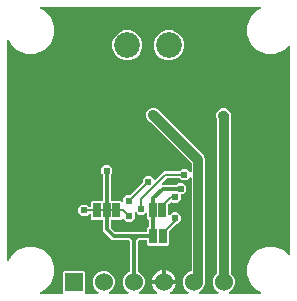
<source format=gbr>
G04 EAGLE Gerber RS-274X export*
G75*
%MOMM*%
%FSLAX34Y34*%
%LPD*%
%AMOC8*
5,1,8,0,0,1.08239X$1,22.5*%
G01*
%ADD10C,2.184400*%
%ADD11R,0.635000X1.270000*%
%ADD12C,0.203200*%
%ADD13R,1.524000X1.524000*%
%ADD14C,1.524000*%
%ADD15C,0.609600*%
%ADD16C,0.812800*%
%ADD17C,0.914400*%
%ADD18C,0.304800*%

G36*
X51570Y5088D02*
X51570Y5088D01*
X51622Y5087D01*
X51701Y5108D01*
X51782Y5121D01*
X51829Y5143D01*
X51878Y5157D01*
X51948Y5201D01*
X52021Y5236D01*
X52059Y5272D01*
X52103Y5299D01*
X52156Y5362D01*
X52216Y5418D01*
X52241Y5463D01*
X52275Y5502D01*
X52307Y5577D01*
X52348Y5648D01*
X52359Y5699D01*
X52379Y5746D01*
X52388Y5828D01*
X52406Y5908D01*
X52401Y5959D01*
X52407Y6011D01*
X52391Y6091D01*
X52384Y6173D01*
X52365Y6221D01*
X52355Y6271D01*
X52327Y6315D01*
X52285Y6420D01*
X52172Y6559D01*
X52147Y6597D01*
X52101Y6643D01*
X52101Y23357D01*
X53143Y24399D01*
X69857Y24399D01*
X70899Y23357D01*
X70899Y6643D01*
X70853Y6597D01*
X70822Y6556D01*
X70784Y6520D01*
X70743Y6449D01*
X70695Y6383D01*
X70678Y6334D01*
X70652Y6290D01*
X70634Y6210D01*
X70607Y6132D01*
X70606Y6080D01*
X70594Y6030D01*
X70601Y5948D01*
X70598Y5866D01*
X70612Y5817D01*
X70616Y5765D01*
X70647Y5689D01*
X70668Y5610D01*
X70696Y5566D01*
X70715Y5518D01*
X70767Y5455D01*
X70811Y5386D01*
X70850Y5352D01*
X70883Y5312D01*
X70951Y5267D01*
X71013Y5214D01*
X71061Y5193D01*
X71104Y5165D01*
X71154Y5153D01*
X71258Y5109D01*
X71436Y5091D01*
X71481Y5081D01*
X81822Y5081D01*
X81913Y5095D01*
X82005Y5100D01*
X82044Y5114D01*
X82084Y5121D01*
X82167Y5161D01*
X82254Y5193D01*
X82287Y5218D01*
X82324Y5236D01*
X82391Y5299D01*
X82464Y5356D01*
X82488Y5389D01*
X82518Y5418D01*
X82564Y5498D01*
X82617Y5573D01*
X82630Y5613D01*
X82650Y5648D01*
X82670Y5739D01*
X82698Y5826D01*
X82699Y5868D01*
X82708Y5908D01*
X82700Y6000D01*
X82701Y6092D01*
X82690Y6132D01*
X82686Y6173D01*
X82652Y6258D01*
X82625Y6347D01*
X82603Y6381D01*
X82587Y6420D01*
X82529Y6491D01*
X82478Y6568D01*
X82452Y6586D01*
X82420Y6626D01*
X82198Y6773D01*
X82178Y6778D01*
X82162Y6790D01*
X81576Y7032D01*
X78932Y9676D01*
X77501Y13130D01*
X77501Y16870D01*
X78932Y20324D01*
X81576Y22968D01*
X85030Y24399D01*
X88770Y24399D01*
X92224Y22968D01*
X94868Y20324D01*
X96299Y16870D01*
X96299Y13130D01*
X94868Y9676D01*
X92224Y7032D01*
X91638Y6790D01*
X91559Y6742D01*
X91476Y6702D01*
X91446Y6674D01*
X91411Y6652D01*
X91349Y6583D01*
X91282Y6520D01*
X91261Y6485D01*
X91234Y6454D01*
X91196Y6370D01*
X91150Y6290D01*
X91141Y6249D01*
X91124Y6212D01*
X91112Y6120D01*
X91092Y6030D01*
X91096Y5989D01*
X91090Y5948D01*
X91106Y5857D01*
X91114Y5765D01*
X91129Y5727D01*
X91136Y5686D01*
X91178Y5604D01*
X91213Y5518D01*
X91239Y5486D01*
X91258Y5450D01*
X91322Y5384D01*
X91380Y5312D01*
X91415Y5289D01*
X91443Y5260D01*
X91525Y5216D01*
X91602Y5165D01*
X91632Y5158D01*
X91677Y5133D01*
X91938Y5082D01*
X91958Y5085D01*
X91978Y5081D01*
X107222Y5081D01*
X107313Y5095D01*
X107405Y5100D01*
X107444Y5114D01*
X107484Y5121D01*
X107567Y5161D01*
X107654Y5193D01*
X107687Y5218D01*
X107724Y5236D01*
X107791Y5299D01*
X107864Y5356D01*
X107888Y5389D01*
X107918Y5418D01*
X107964Y5498D01*
X108017Y5573D01*
X108030Y5613D01*
X108050Y5648D01*
X108070Y5739D01*
X108098Y5826D01*
X108099Y5868D01*
X108108Y5908D01*
X108100Y6000D01*
X108101Y6092D01*
X108090Y6132D01*
X108086Y6173D01*
X108052Y6258D01*
X108025Y6347D01*
X108003Y6381D01*
X107987Y6420D01*
X107929Y6491D01*
X107878Y6568D01*
X107852Y6586D01*
X107820Y6626D01*
X107598Y6773D01*
X107578Y6778D01*
X107562Y6790D01*
X106976Y7032D01*
X104332Y9676D01*
X102901Y13130D01*
X102901Y16870D01*
X104332Y20324D01*
X106976Y22968D01*
X108449Y23578D01*
X108502Y23610D01*
X108560Y23633D01*
X108615Y23678D01*
X108677Y23715D01*
X108718Y23761D01*
X108766Y23801D01*
X108806Y23860D01*
X108853Y23914D01*
X108879Y23970D01*
X108913Y24022D01*
X108924Y24069D01*
X108963Y24156D01*
X108990Y24368D01*
X108997Y24399D01*
X108997Y49032D01*
X108994Y49053D01*
X108996Y49074D01*
X108974Y49184D01*
X108957Y49295D01*
X108948Y49314D01*
X108944Y49334D01*
X108920Y49373D01*
X108842Y49534D01*
X108765Y49617D01*
X108737Y49660D01*
X108112Y50285D01*
X108095Y50298D01*
X108082Y50314D01*
X107988Y50376D01*
X107898Y50443D01*
X107878Y50450D01*
X107861Y50461D01*
X107816Y50471D01*
X107647Y50530D01*
X107534Y50534D01*
X107484Y50545D01*
X94136Y50545D01*
X86105Y58576D01*
X86105Y66675D01*
X86090Y66777D01*
X86082Y66879D01*
X86070Y66907D01*
X86065Y66938D01*
X86021Y67030D01*
X85983Y67126D01*
X85963Y67149D01*
X85950Y67177D01*
X85880Y67252D01*
X85815Y67332D01*
X85789Y67349D01*
X85768Y67371D01*
X85679Y67422D01*
X85594Y67479D01*
X85570Y67485D01*
X85538Y67503D01*
X85278Y67561D01*
X85240Y67558D01*
X85217Y67563D01*
X77368Y67563D01*
X76326Y68605D01*
X76326Y72009D01*
X76311Y72111D01*
X76303Y72213D01*
X76291Y72241D01*
X76286Y72272D01*
X76242Y72364D01*
X76204Y72460D01*
X76184Y72483D01*
X76171Y72511D01*
X76101Y72586D01*
X76036Y72666D01*
X76010Y72683D01*
X75989Y72705D01*
X75900Y72756D01*
X75815Y72813D01*
X75791Y72819D01*
X75759Y72837D01*
X75499Y72895D01*
X75461Y72892D01*
X75438Y72897D01*
X74757Y72897D01*
X74736Y72894D01*
X74716Y72896D01*
X74605Y72874D01*
X74494Y72857D01*
X74476Y72848D01*
X74455Y72844D01*
X74416Y72820D01*
X74255Y72742D01*
X74173Y72665D01*
X74129Y72637D01*
X72357Y70865D01*
X68359Y70865D01*
X65531Y73693D01*
X65531Y77691D01*
X68359Y80519D01*
X72357Y80519D01*
X74129Y78747D01*
X74146Y78734D01*
X74159Y78718D01*
X74253Y78656D01*
X74343Y78589D01*
X74363Y78582D01*
X74380Y78571D01*
X74425Y78561D01*
X74594Y78502D01*
X74707Y78498D01*
X74757Y78487D01*
X75438Y78487D01*
X75540Y78502D01*
X75642Y78510D01*
X75670Y78522D01*
X75701Y78527D01*
X75793Y78571D01*
X75889Y78609D01*
X75912Y78629D01*
X75940Y78642D01*
X76015Y78712D01*
X76095Y78777D01*
X76112Y78803D01*
X76134Y78824D01*
X76185Y78913D01*
X76242Y78998D01*
X76248Y79022D01*
X76266Y79054D01*
X76324Y79314D01*
X76321Y79352D01*
X76326Y79375D01*
X76326Y82779D01*
X77368Y83821D01*
X85217Y83821D01*
X85319Y83836D01*
X85421Y83844D01*
X85449Y83856D01*
X85480Y83861D01*
X85572Y83905D01*
X85668Y83943D01*
X85691Y83963D01*
X85719Y83976D01*
X85794Y84046D01*
X85874Y84111D01*
X85891Y84137D01*
X85913Y84158D01*
X85964Y84247D01*
X86021Y84332D01*
X86027Y84356D01*
X86045Y84388D01*
X86103Y84648D01*
X86100Y84686D01*
X86105Y84709D01*
X86105Y105583D01*
X86102Y105603D01*
X86104Y105624D01*
X86082Y105735D01*
X86065Y105846D01*
X86056Y105864D01*
X86052Y105885D01*
X86028Y105924D01*
X85950Y106085D01*
X85873Y106167D01*
X85845Y106211D01*
X84581Y107475D01*
X84581Y111473D01*
X87409Y114301D01*
X91407Y114301D01*
X94235Y111473D01*
X94235Y107475D01*
X92971Y106211D01*
X92958Y106194D01*
X92942Y106181D01*
X92880Y106087D01*
X92813Y105997D01*
X92806Y105977D01*
X92795Y105960D01*
X92785Y105915D01*
X92726Y105746D01*
X92722Y105633D01*
X92711Y105583D01*
X92711Y84709D01*
X92726Y84607D01*
X92734Y84505D01*
X92746Y84477D01*
X92751Y84446D01*
X92795Y84354D01*
X92833Y84258D01*
X92853Y84235D01*
X92866Y84207D01*
X92936Y84132D01*
X93001Y84052D01*
X93027Y84035D01*
X93048Y84013D01*
X93137Y83962D01*
X93222Y83905D01*
X93246Y83899D01*
X93278Y83881D01*
X93538Y83823D01*
X93576Y83826D01*
X93599Y83821D01*
X101448Y83821D01*
X102115Y83154D01*
X102156Y83123D01*
X102192Y83085D01*
X102263Y83044D01*
X102329Y82996D01*
X102378Y82979D01*
X102422Y82953D01*
X102502Y82935D01*
X102580Y82908D01*
X102632Y82907D01*
X102682Y82895D01*
X102764Y82902D01*
X102846Y82899D01*
X102895Y82913D01*
X102947Y82917D01*
X103023Y82948D01*
X103102Y82969D01*
X103146Y82997D01*
X103194Y83016D01*
X103257Y83068D01*
X103326Y83112D01*
X103360Y83151D01*
X103400Y83184D01*
X103445Y83252D01*
X103498Y83314D01*
X103519Y83362D01*
X103547Y83405D01*
X103559Y83455D01*
X103603Y83559D01*
X103621Y83737D01*
X103631Y83782D01*
X103631Y85819D01*
X106459Y88647D01*
X108964Y88647D01*
X108985Y88650D01*
X109006Y88648D01*
X109116Y88670D01*
X109227Y88687D01*
X109246Y88696D01*
X109267Y88700D01*
X109305Y88724D01*
X109467Y88802D01*
X109549Y88879D01*
X109593Y88907D01*
X119627Y98941D01*
X119640Y98958D01*
X119656Y98972D01*
X119718Y99065D01*
X119785Y99155D01*
X119792Y99175D01*
X119803Y99193D01*
X119813Y99237D01*
X119872Y99406D01*
X119876Y99519D01*
X119887Y99570D01*
X119887Y102075D01*
X122715Y104903D01*
X126713Y104903D01*
X129625Y101991D01*
X129661Y101935D01*
X129696Y101861D01*
X129731Y101824D01*
X129759Y101780D01*
X129822Y101727D01*
X129878Y101667D01*
X129922Y101641D01*
X129962Y101608D01*
X130037Y101576D01*
X130108Y101535D01*
X130159Y101524D01*
X130206Y101504D01*
X130288Y101495D01*
X130368Y101477D01*
X130419Y101482D01*
X130471Y101476D01*
X130551Y101492D01*
X130633Y101499D01*
X130681Y101518D01*
X130731Y101528D01*
X130775Y101556D01*
X130880Y101598D01*
X131019Y101711D01*
X131057Y101735D01*
X138034Y108713D01*
X150795Y108713D01*
X150815Y108716D01*
X150836Y108714D01*
X150947Y108736D01*
X151058Y108753D01*
X151076Y108762D01*
X151097Y108766D01*
X151136Y108790D01*
X151297Y108868D01*
X151379Y108945D01*
X151423Y108973D01*
X153195Y110745D01*
X157193Y110745D01*
X159773Y108165D01*
X159814Y108134D01*
X159850Y108097D01*
X159921Y108056D01*
X159987Y108007D01*
X160036Y107990D01*
X160080Y107965D01*
X160160Y107947D01*
X160238Y107920D01*
X160290Y107918D01*
X160340Y107907D01*
X160422Y107914D01*
X160504Y107911D01*
X160553Y107924D01*
X160605Y107929D01*
X160681Y107959D01*
X160760Y107981D01*
X160804Y108008D01*
X160852Y108028D01*
X160915Y108079D01*
X160984Y108123D01*
X161018Y108163D01*
X161058Y108195D01*
X161103Y108264D01*
X161156Y108326D01*
X161177Y108373D01*
X161205Y108416D01*
X161217Y108467D01*
X161261Y108570D01*
X161279Y108749D01*
X161289Y108793D01*
X161289Y115576D01*
X161286Y115597D01*
X161288Y115618D01*
X161266Y115728D01*
X161249Y115839D01*
X161240Y115858D01*
X161236Y115878D01*
X161212Y115917D01*
X161134Y116078D01*
X161057Y116160D01*
X161029Y116204D01*
X126786Y150447D01*
X126572Y150605D01*
X126523Y150622D01*
X126498Y150640D01*
X125435Y151080D01*
X123648Y152867D01*
X122681Y155201D01*
X122681Y157727D01*
X123648Y160061D01*
X125435Y161848D01*
X127769Y162815D01*
X130295Y162815D01*
X132629Y161848D01*
X134416Y160061D01*
X134856Y158998D01*
X134994Y158771D01*
X135032Y158736D01*
X135049Y158710D01*
X172085Y121674D01*
X172975Y119526D01*
X172975Y17870D01*
X172566Y16884D01*
X172503Y16626D01*
X172505Y16574D01*
X172499Y16544D01*
X172499Y13130D01*
X171068Y9676D01*
X168424Y7032D01*
X167838Y6790D01*
X167759Y6742D01*
X167676Y6702D01*
X167646Y6674D01*
X167611Y6652D01*
X167549Y6583D01*
X167482Y6520D01*
X167461Y6485D01*
X167434Y6454D01*
X167396Y6370D01*
X167350Y6290D01*
X167341Y6249D01*
X167324Y6212D01*
X167312Y6120D01*
X167292Y6030D01*
X167296Y5989D01*
X167290Y5948D01*
X167306Y5857D01*
X167314Y5765D01*
X167329Y5727D01*
X167336Y5686D01*
X167378Y5604D01*
X167413Y5518D01*
X167439Y5486D01*
X167458Y5450D01*
X167522Y5384D01*
X167580Y5312D01*
X167615Y5289D01*
X167643Y5260D01*
X167725Y5216D01*
X167802Y5165D01*
X167832Y5158D01*
X167877Y5133D01*
X168138Y5082D01*
X168158Y5085D01*
X168178Y5081D01*
X183422Y5081D01*
X183513Y5095D01*
X183605Y5100D01*
X183644Y5114D01*
X183684Y5121D01*
X183767Y5161D01*
X183854Y5193D01*
X183887Y5218D01*
X183924Y5236D01*
X183991Y5299D01*
X184064Y5356D01*
X184088Y5389D01*
X184118Y5418D01*
X184164Y5498D01*
X184217Y5573D01*
X184230Y5613D01*
X184250Y5648D01*
X184270Y5739D01*
X184298Y5826D01*
X184299Y5868D01*
X184308Y5908D01*
X184300Y6000D01*
X184301Y6092D01*
X184290Y6132D01*
X184286Y6173D01*
X184252Y6258D01*
X184225Y6347D01*
X184203Y6381D01*
X184187Y6420D01*
X184129Y6491D01*
X184078Y6568D01*
X184052Y6586D01*
X184020Y6626D01*
X183798Y6773D01*
X183778Y6778D01*
X183762Y6790D01*
X183176Y7032D01*
X180532Y9676D01*
X179101Y13130D01*
X179101Y16870D01*
X180532Y20324D01*
X182397Y22189D01*
X182410Y22206D01*
X182426Y22219D01*
X182488Y22313D01*
X182555Y22403D01*
X182562Y22423D01*
X182573Y22440D01*
X182583Y22485D01*
X182597Y22525D01*
X182642Y22654D01*
X182645Y22740D01*
X182655Y22785D01*
X182654Y22801D01*
X182657Y22817D01*
X182657Y152345D01*
X182617Y152608D01*
X182595Y152654D01*
X182590Y152685D01*
X181863Y154439D01*
X181863Y156965D01*
X182830Y159299D01*
X184617Y161086D01*
X186951Y162053D01*
X189477Y162053D01*
X191811Y161086D01*
X193598Y159299D01*
X194565Y156965D01*
X194565Y154439D01*
X194410Y154066D01*
X194347Y153808D01*
X194349Y153757D01*
X194343Y153726D01*
X194343Y22817D01*
X194346Y22796D01*
X194344Y22775D01*
X194364Y22675D01*
X194366Y22642D01*
X194371Y22631D01*
X194383Y22554D01*
X194392Y22535D01*
X194396Y22515D01*
X194420Y22476D01*
X194498Y22315D01*
X194575Y22232D01*
X194603Y22189D01*
X196468Y20324D01*
X197899Y16870D01*
X197899Y13130D01*
X196468Y9676D01*
X193824Y7032D01*
X193238Y6790D01*
X193159Y6742D01*
X193076Y6702D01*
X193046Y6674D01*
X193011Y6652D01*
X192949Y6583D01*
X192882Y6520D01*
X192861Y6485D01*
X192834Y6454D01*
X192796Y6370D01*
X192750Y6290D01*
X192741Y6249D01*
X192724Y6212D01*
X192712Y6120D01*
X192692Y6030D01*
X192696Y5989D01*
X192690Y5948D01*
X192706Y5857D01*
X192714Y5765D01*
X192729Y5727D01*
X192736Y5686D01*
X192778Y5604D01*
X192813Y5518D01*
X192839Y5486D01*
X192858Y5450D01*
X192922Y5384D01*
X192980Y5312D01*
X193015Y5289D01*
X193043Y5260D01*
X193125Y5216D01*
X193202Y5165D01*
X193232Y5158D01*
X193277Y5133D01*
X193538Y5082D01*
X193558Y5085D01*
X193578Y5081D01*
X219350Y5081D01*
X219442Y5095D01*
X219534Y5100D01*
X219573Y5114D01*
X219613Y5121D01*
X219696Y5161D01*
X219783Y5193D01*
X219815Y5218D01*
X219853Y5236D01*
X219920Y5299D01*
X219993Y5356D01*
X220017Y5390D01*
X220047Y5418D01*
X220093Y5498D01*
X220146Y5573D01*
X220158Y5613D01*
X220179Y5648D01*
X220199Y5738D01*
X220227Y5826D01*
X220228Y5868D01*
X220237Y5908D01*
X220229Y6000D01*
X220230Y6092D01*
X220218Y6132D01*
X220215Y6173D01*
X220181Y6258D01*
X220154Y6347D01*
X220131Y6381D01*
X220116Y6420D01*
X220058Y6491D01*
X220006Y6568D01*
X219981Y6586D01*
X219948Y6626D01*
X219727Y6773D01*
X219707Y6778D01*
X219690Y6790D01*
X216825Y7976D01*
X211176Y13625D01*
X208119Y21006D01*
X208119Y28994D01*
X211176Y36375D01*
X216825Y42024D01*
X224206Y45081D01*
X232194Y45081D01*
X239575Y42024D01*
X243403Y38195D01*
X243415Y38187D01*
X243422Y38177D01*
X243450Y38159D01*
X243480Y38127D01*
X243551Y38086D01*
X243617Y38038D01*
X243666Y38021D01*
X243710Y37995D01*
X243790Y37977D01*
X243868Y37950D01*
X243920Y37949D01*
X243970Y37937D01*
X244052Y37944D01*
X244134Y37941D01*
X244183Y37955D01*
X244235Y37959D01*
X244311Y37990D01*
X244390Y38011D01*
X244434Y38039D01*
X244482Y38058D01*
X244545Y38110D01*
X244614Y38154D01*
X244648Y38193D01*
X244688Y38226D01*
X244724Y38279D01*
X244727Y38283D01*
X244734Y38295D01*
X244786Y38356D01*
X244807Y38404D01*
X244835Y38447D01*
X244844Y38488D01*
X244859Y38514D01*
X244866Y38542D01*
X244891Y38601D01*
X244901Y38702D01*
X244917Y38773D01*
X244915Y38803D01*
X244919Y38824D01*
X244919Y214376D01*
X244912Y214427D01*
X244913Y214479D01*
X244892Y214558D01*
X244879Y214639D01*
X244857Y214686D01*
X244843Y214736D01*
X244799Y214805D01*
X244764Y214879D01*
X244729Y214916D01*
X244701Y214960D01*
X244638Y215013D01*
X244582Y215073D01*
X244538Y215098D01*
X244498Y215132D01*
X244423Y215164D01*
X244352Y215205D01*
X244301Y215216D01*
X244254Y215236D01*
X244172Y215245D01*
X244092Y215263D01*
X244041Y215258D01*
X243989Y215264D01*
X243909Y215248D01*
X243827Y215241D01*
X243779Y215222D01*
X243729Y215212D01*
X243685Y215184D01*
X243580Y215142D01*
X243441Y215029D01*
X243403Y215005D01*
X239575Y211176D01*
X232194Y208119D01*
X224206Y208119D01*
X216825Y211176D01*
X211176Y216825D01*
X208119Y224206D01*
X208119Y232194D01*
X211176Y239575D01*
X216825Y245224D01*
X219690Y246410D01*
X219769Y246458D01*
X219853Y246498D01*
X219883Y246526D01*
X219918Y246548D01*
X219979Y246617D01*
X220047Y246680D01*
X220067Y246716D01*
X220095Y246746D01*
X220133Y246830D01*
X220179Y246910D01*
X220188Y246951D01*
X220205Y246988D01*
X220216Y247080D01*
X220237Y247170D01*
X220233Y247211D01*
X220238Y247252D01*
X220222Y247343D01*
X220215Y247435D01*
X220200Y247473D01*
X220192Y247514D01*
X220150Y247596D01*
X220116Y247682D01*
X220090Y247714D01*
X220071Y247750D01*
X220007Y247816D01*
X219948Y247888D01*
X219914Y247911D01*
X219885Y247940D01*
X219804Y247984D01*
X219727Y248035D01*
X219697Y248042D01*
X219651Y248067D01*
X219391Y248118D01*
X219370Y248115D01*
X219350Y248119D01*
X33850Y248119D01*
X33758Y248105D01*
X33666Y248100D01*
X33627Y248086D01*
X33587Y248079D01*
X33504Y248039D01*
X33417Y248007D01*
X33385Y247982D01*
X33347Y247964D01*
X33280Y247901D01*
X33207Y247844D01*
X33183Y247810D01*
X33153Y247782D01*
X33107Y247702D01*
X33054Y247627D01*
X33042Y247587D01*
X33021Y247552D01*
X33001Y247462D01*
X32973Y247374D01*
X32972Y247332D01*
X32963Y247292D01*
X32971Y247200D01*
X32970Y247108D01*
X32982Y247068D01*
X32985Y247027D01*
X33019Y246942D01*
X33046Y246853D01*
X33069Y246819D01*
X33084Y246780D01*
X33142Y246709D01*
X33194Y246632D01*
X33219Y246614D01*
X33252Y246574D01*
X33473Y246427D01*
X33493Y246422D01*
X33510Y246410D01*
X36375Y245224D01*
X42024Y239575D01*
X45081Y232194D01*
X45081Y224206D01*
X42024Y216825D01*
X36375Y211176D01*
X28994Y208119D01*
X21006Y208119D01*
X13625Y211176D01*
X7976Y216825D01*
X6790Y219690D01*
X6742Y219769D01*
X6702Y219853D01*
X6674Y219883D01*
X6652Y219918D01*
X6583Y219979D01*
X6520Y220047D01*
X6484Y220067D01*
X6454Y220095D01*
X6370Y220133D01*
X6290Y220179D01*
X6249Y220188D01*
X6212Y220205D01*
X6120Y220216D01*
X6030Y220237D01*
X5989Y220233D01*
X5948Y220238D01*
X5857Y220222D01*
X5765Y220215D01*
X5727Y220200D01*
X5686Y220192D01*
X5604Y220150D01*
X5518Y220116D01*
X5486Y220090D01*
X5450Y220071D01*
X5384Y220007D01*
X5312Y219948D01*
X5289Y219914D01*
X5260Y219885D01*
X5216Y219804D01*
X5165Y219727D01*
X5158Y219697D01*
X5133Y219651D01*
X5082Y219391D01*
X5085Y219370D01*
X5081Y219350D01*
X5081Y33850D01*
X5095Y33758D01*
X5100Y33666D01*
X5114Y33627D01*
X5121Y33587D01*
X5161Y33504D01*
X5193Y33417D01*
X5218Y33385D01*
X5236Y33347D01*
X5299Y33280D01*
X5356Y33207D01*
X5390Y33183D01*
X5418Y33153D01*
X5498Y33107D01*
X5573Y33054D01*
X5613Y33042D01*
X5648Y33021D01*
X5738Y33001D01*
X5826Y32973D01*
X5868Y32972D01*
X5908Y32963D01*
X6000Y32971D01*
X6092Y32970D01*
X6132Y32982D01*
X6173Y32985D01*
X6258Y33019D01*
X6347Y33046D01*
X6381Y33069D01*
X6420Y33084D01*
X6491Y33142D01*
X6568Y33194D01*
X6586Y33219D01*
X6626Y33252D01*
X6773Y33473D01*
X6778Y33493D01*
X6790Y33510D01*
X7976Y36375D01*
X13625Y42024D01*
X21006Y45081D01*
X28994Y45081D01*
X36375Y42024D01*
X42024Y36375D01*
X45081Y28994D01*
X45081Y21006D01*
X42024Y13625D01*
X36375Y7976D01*
X33510Y6790D01*
X33431Y6742D01*
X33347Y6702D01*
X33317Y6674D01*
X33282Y6652D01*
X33221Y6583D01*
X33153Y6520D01*
X33133Y6484D01*
X33105Y6454D01*
X33067Y6370D01*
X33021Y6290D01*
X33012Y6249D01*
X32995Y6212D01*
X32984Y6120D01*
X32963Y6030D01*
X32967Y5989D01*
X32962Y5948D01*
X32978Y5857D01*
X32985Y5765D01*
X33000Y5727D01*
X33008Y5686D01*
X33050Y5604D01*
X33084Y5518D01*
X33110Y5486D01*
X33129Y5450D01*
X33193Y5384D01*
X33252Y5312D01*
X33286Y5289D01*
X33315Y5260D01*
X33396Y5216D01*
X33473Y5165D01*
X33503Y5158D01*
X33549Y5133D01*
X33809Y5082D01*
X33830Y5085D01*
X33850Y5081D01*
X51519Y5081D01*
X51570Y5088D01*
G37*
G36*
X131452Y5099D02*
X131452Y5099D01*
X131572Y5114D01*
X131583Y5119D01*
X131595Y5121D01*
X131704Y5173D01*
X131814Y5223D01*
X131824Y5231D01*
X131835Y5236D01*
X131923Y5319D01*
X132014Y5399D01*
X132020Y5409D01*
X132029Y5418D01*
X132089Y5522D01*
X132152Y5626D01*
X132155Y5638D01*
X132161Y5648D01*
X132187Y5766D01*
X132217Y5884D01*
X132216Y5896D01*
X132219Y5908D01*
X132209Y6029D01*
X132202Y6149D01*
X132198Y6161D01*
X132197Y6173D01*
X132152Y6285D01*
X132110Y6398D01*
X132104Y6406D01*
X132098Y6420D01*
X131930Y6626D01*
X131879Y6660D01*
X131855Y6688D01*
X131081Y7250D01*
X129950Y8381D01*
X129010Y9675D01*
X128284Y11100D01*
X127789Y12621D01*
X127694Y13223D01*
X136811Y13223D01*
X136912Y13238D01*
X137015Y13246D01*
X137043Y13258D01*
X137074Y13263D01*
X137166Y13307D01*
X137261Y13345D01*
X137285Y13365D01*
X137313Y13378D01*
X137388Y13448D01*
X137468Y13513D01*
X137485Y13539D01*
X137507Y13560D01*
X137558Y13649D01*
X137615Y13734D01*
X137620Y13758D01*
X137639Y13790D01*
X137697Y14050D01*
X137694Y14088D01*
X137699Y14111D01*
X137699Y15001D01*
X137701Y15001D01*
X137701Y14111D01*
X137716Y14009D01*
X137725Y13907D01*
X137736Y13879D01*
X137741Y13848D01*
X137785Y13756D01*
X137824Y13660D01*
X137843Y13637D01*
X137856Y13609D01*
X137926Y13534D01*
X137991Y13454D01*
X138017Y13437D01*
X138038Y13415D01*
X138127Y13364D01*
X138212Y13307D01*
X138236Y13301D01*
X138269Y13283D01*
X138528Y13225D01*
X138566Y13228D01*
X138589Y13223D01*
X147706Y13223D01*
X147611Y12621D01*
X147116Y11100D01*
X146390Y9675D01*
X145450Y8381D01*
X144319Y7250D01*
X143545Y6688D01*
X143459Y6603D01*
X143371Y6520D01*
X143365Y6510D01*
X143356Y6501D01*
X143299Y6394D01*
X143239Y6290D01*
X143236Y6277D01*
X143231Y6267D01*
X143208Y6148D01*
X143181Y6030D01*
X143182Y6018D01*
X143180Y6006D01*
X143193Y5885D01*
X143203Y5765D01*
X143208Y5754D01*
X143209Y5741D01*
X143257Y5630D01*
X143302Y5518D01*
X143310Y5509D01*
X143315Y5498D01*
X143393Y5406D01*
X143470Y5312D01*
X143480Y5305D01*
X143488Y5296D01*
X143590Y5232D01*
X143691Y5165D01*
X143700Y5162D01*
X143713Y5155D01*
X143970Y5086D01*
X144032Y5089D01*
X144067Y5081D01*
X158022Y5081D01*
X158113Y5095D01*
X158205Y5100D01*
X158244Y5114D01*
X158284Y5121D01*
X158367Y5161D01*
X158454Y5193D01*
X158487Y5218D01*
X158524Y5236D01*
X158591Y5299D01*
X158664Y5356D01*
X158688Y5389D01*
X158718Y5418D01*
X158764Y5498D01*
X158817Y5573D01*
X158830Y5613D01*
X158850Y5648D01*
X158870Y5739D01*
X158898Y5826D01*
X158899Y5868D01*
X158908Y5908D01*
X158900Y6000D01*
X158901Y6092D01*
X158890Y6132D01*
X158886Y6173D01*
X158852Y6258D01*
X158825Y6347D01*
X158803Y6381D01*
X158787Y6420D01*
X158729Y6491D01*
X158678Y6568D01*
X158652Y6586D01*
X158620Y6626D01*
X158398Y6773D01*
X158378Y6778D01*
X158362Y6790D01*
X157776Y7032D01*
X155132Y9676D01*
X153701Y13130D01*
X153701Y16870D01*
X155132Y20324D01*
X157776Y22968D01*
X160741Y24196D01*
X160794Y24228D01*
X160852Y24251D01*
X160907Y24296D01*
X160969Y24333D01*
X161010Y24380D01*
X161058Y24419D01*
X161098Y24478D01*
X161145Y24532D01*
X161171Y24588D01*
X161205Y24640D01*
X161216Y24687D01*
X161255Y24774D01*
X161282Y24986D01*
X161289Y25017D01*
X161289Y103043D01*
X161282Y103094D01*
X161283Y103145D01*
X161262Y103225D01*
X161249Y103306D01*
X161227Y103352D01*
X161213Y103402D01*
X161169Y103471D01*
X161134Y103545D01*
X161099Y103583D01*
X161071Y103626D01*
X161008Y103679D01*
X160952Y103739D01*
X160908Y103765D01*
X160868Y103798D01*
X160793Y103831D01*
X160722Y103871D01*
X160671Y103882D01*
X160624Y103903D01*
X160542Y103911D01*
X160462Y103929D01*
X160411Y103925D01*
X160359Y103930D01*
X160279Y103914D01*
X160197Y103907D01*
X160149Y103888D01*
X160099Y103878D01*
X160055Y103850D01*
X159950Y103808D01*
X159811Y103695D01*
X159773Y103671D01*
X157193Y101091D01*
X153195Y101091D01*
X151423Y102863D01*
X151406Y102876D01*
X151393Y102892D01*
X151299Y102954D01*
X151209Y103021D01*
X151189Y103028D01*
X151172Y103039D01*
X151127Y103049D01*
X150958Y103108D01*
X150845Y103112D01*
X150795Y103123D01*
X140718Y103123D01*
X140697Y103120D01*
X140676Y103122D01*
X140566Y103100D01*
X140455Y103083D01*
X140436Y103074D01*
X140415Y103070D01*
X140377Y103046D01*
X140215Y102968D01*
X140133Y102891D01*
X140089Y102863D01*
X136279Y99053D01*
X136249Y99012D01*
X136211Y98976D01*
X136170Y98905D01*
X136122Y98839D01*
X136105Y98790D01*
X136079Y98746D01*
X136061Y98666D01*
X136034Y98588D01*
X136033Y98536D01*
X136021Y98486D01*
X136028Y98404D01*
X136025Y98322D01*
X136039Y98273D01*
X136043Y98221D01*
X136073Y98145D01*
X136095Y98066D01*
X136123Y98022D01*
X136142Y97974D01*
X136194Y97911D01*
X136238Y97842D01*
X136277Y97808D01*
X136310Y97768D01*
X136378Y97723D01*
X136440Y97670D01*
X136488Y97649D01*
X136531Y97621D01*
X136581Y97609D01*
X136685Y97565D01*
X136863Y97547D01*
X136907Y97537D01*
X148255Y97537D01*
X148275Y97540D01*
X148296Y97538D01*
X148407Y97560D01*
X148518Y97577D01*
X148536Y97586D01*
X148557Y97590D01*
X148596Y97614D01*
X148757Y97692D01*
X148839Y97769D01*
X148883Y97797D01*
X150147Y99061D01*
X154145Y99061D01*
X156973Y96233D01*
X156973Y92235D01*
X154145Y89407D01*
X153035Y89407D01*
X152933Y89392D01*
X152831Y89384D01*
X152803Y89372D01*
X152772Y89367D01*
X152680Y89323D01*
X152584Y89285D01*
X152561Y89265D01*
X152533Y89252D01*
X152458Y89182D01*
X152378Y89117D01*
X152361Y89091D01*
X152339Y89070D01*
X152288Y88981D01*
X152231Y88896D01*
X152225Y88872D01*
X152207Y88840D01*
X152149Y88580D01*
X152152Y88542D01*
X152147Y88519D01*
X152147Y85077D01*
X149319Y82249D01*
X145321Y82249D01*
X144837Y82733D01*
X144755Y82794D01*
X144676Y82860D01*
X144648Y82872D01*
X144623Y82890D01*
X144526Y82924D01*
X144432Y82965D01*
X144401Y82968D01*
X144372Y82978D01*
X144270Y82981D01*
X144168Y82992D01*
X144137Y82986D01*
X144107Y82987D01*
X144008Y82960D01*
X143907Y82940D01*
X143887Y82927D01*
X143850Y82917D01*
X143626Y82774D01*
X143601Y82746D01*
X143581Y82733D01*
X141866Y81018D01*
X141853Y81001D01*
X141837Y80987D01*
X141775Y80894D01*
X141708Y80804D01*
X141701Y80784D01*
X141690Y80766D01*
X141680Y80722D01*
X141621Y80553D01*
X141617Y80440D01*
X141606Y80389D01*
X141606Y72598D01*
X141613Y72547D01*
X141612Y72496D01*
X141633Y72416D01*
X141646Y72335D01*
X141668Y72289D01*
X141682Y72239D01*
X141726Y72170D01*
X141761Y72096D01*
X141796Y72058D01*
X141824Y72015D01*
X141887Y71962D01*
X141943Y71902D01*
X141987Y71876D01*
X142027Y71843D01*
X142102Y71810D01*
X142173Y71770D01*
X142224Y71759D01*
X142271Y71738D01*
X142353Y71730D01*
X142433Y71712D01*
X142484Y71716D01*
X142536Y71711D01*
X142616Y71727D01*
X142698Y71734D01*
X142746Y71753D01*
X142796Y71763D01*
X142840Y71791D01*
X142945Y71833D01*
X143084Y71946D01*
X143122Y71970D01*
X145321Y74169D01*
X149319Y74169D01*
X152147Y71341D01*
X152147Y67343D01*
X149319Y64515D01*
X149100Y64515D01*
X149079Y64512D01*
X149058Y64514D01*
X148948Y64492D01*
X148837Y64475D01*
X148818Y64466D01*
X148797Y64462D01*
X148759Y64438D01*
X148597Y64360D01*
X148515Y64283D01*
X148471Y64255D01*
X142120Y57904D01*
X142107Y57887D01*
X142091Y57873D01*
X142029Y57780D01*
X141962Y57690D01*
X141955Y57670D01*
X141944Y57652D01*
X141934Y57608D01*
X141875Y57439D01*
X141871Y57326D01*
X141860Y57275D01*
X141860Y46761D01*
X140818Y45719D01*
X124866Y45719D01*
X123824Y46761D01*
X123824Y49657D01*
X123809Y49759D01*
X123801Y49861D01*
X123789Y49889D01*
X123784Y49920D01*
X123740Y50012D01*
X123702Y50108D01*
X123682Y50131D01*
X123669Y50159D01*
X123599Y50234D01*
X123534Y50314D01*
X123508Y50331D01*
X123487Y50353D01*
X123398Y50404D01*
X123313Y50461D01*
X123289Y50467D01*
X123257Y50485D01*
X122997Y50543D01*
X122959Y50540D01*
X122936Y50545D01*
X117116Y50545D01*
X117095Y50542D01*
X117074Y50544D01*
X116964Y50522D01*
X116853Y50505D01*
X116834Y50496D01*
X116814Y50492D01*
X116775Y50468D01*
X116614Y50390D01*
X116531Y50313D01*
X116488Y50285D01*
X115863Y49660D01*
X115850Y49643D01*
X115834Y49630D01*
X115772Y49536D01*
X115705Y49446D01*
X115698Y49426D01*
X115687Y49409D01*
X115677Y49364D01*
X115618Y49195D01*
X115614Y49082D01*
X115603Y49032D01*
X115603Y24399D01*
X115612Y24337D01*
X115611Y24275D01*
X115632Y24207D01*
X115643Y24136D01*
X115670Y24080D01*
X115687Y24021D01*
X115727Y23961D01*
X115758Y23896D01*
X115801Y23851D01*
X115835Y23800D01*
X115874Y23772D01*
X115940Y23702D01*
X116126Y23596D01*
X116151Y23578D01*
X117624Y22968D01*
X120268Y20324D01*
X121699Y16870D01*
X121699Y13130D01*
X120268Y9676D01*
X117624Y7032D01*
X117038Y6790D01*
X116959Y6742D01*
X116876Y6702D01*
X116846Y6674D01*
X116811Y6652D01*
X116749Y6583D01*
X116682Y6520D01*
X116661Y6485D01*
X116634Y6454D01*
X116596Y6370D01*
X116550Y6290D01*
X116541Y6249D01*
X116524Y6212D01*
X116512Y6120D01*
X116492Y6030D01*
X116496Y5989D01*
X116490Y5948D01*
X116506Y5857D01*
X116514Y5765D01*
X116529Y5727D01*
X116536Y5686D01*
X116578Y5604D01*
X116613Y5518D01*
X116639Y5486D01*
X116658Y5450D01*
X116722Y5384D01*
X116780Y5312D01*
X116815Y5289D01*
X116843Y5260D01*
X116925Y5216D01*
X117002Y5165D01*
X117032Y5158D01*
X117077Y5133D01*
X117338Y5082D01*
X117358Y5085D01*
X117378Y5081D01*
X131333Y5081D01*
X131452Y5099D01*
G37*
%LPC*%
G36*
X139474Y202799D02*
X139474Y202799D01*
X134806Y204733D01*
X131233Y208306D01*
X129299Y212974D01*
X129299Y218026D01*
X131233Y222694D01*
X134806Y226267D01*
X139474Y228201D01*
X144526Y228201D01*
X149194Y226267D01*
X152767Y222694D01*
X154701Y218026D01*
X154701Y212974D01*
X152767Y208306D01*
X149194Y204733D01*
X144526Y202799D01*
X139474Y202799D01*
G37*
%LPD*%
%LPC*%
G36*
X104474Y202799D02*
X104474Y202799D01*
X99806Y204733D01*
X96233Y208306D01*
X94299Y212974D01*
X94299Y218026D01*
X96233Y222694D01*
X99806Y226267D01*
X104474Y228201D01*
X109526Y228201D01*
X114194Y226267D01*
X117767Y222694D01*
X119701Y218026D01*
X119701Y212974D01*
X117767Y208306D01*
X114194Y204733D01*
X109526Y202799D01*
X104474Y202799D01*
G37*
%LPD*%
G36*
X123038Y57166D02*
X123038Y57166D01*
X123140Y57174D01*
X123168Y57186D01*
X123199Y57191D01*
X123291Y57235D01*
X123387Y57273D01*
X123410Y57293D01*
X123438Y57306D01*
X123513Y57376D01*
X123593Y57441D01*
X123610Y57467D01*
X123632Y57488D01*
X123683Y57577D01*
X123740Y57662D01*
X123746Y57686D01*
X123764Y57718D01*
X123822Y57978D01*
X123819Y58016D01*
X123824Y58039D01*
X123824Y60935D01*
X124961Y62072D01*
X124974Y62089D01*
X124990Y62102D01*
X125052Y62195D01*
X125119Y62286D01*
X125126Y62305D01*
X125137Y62323D01*
X125147Y62367D01*
X125206Y62537D01*
X125210Y62649D01*
X125221Y62700D01*
X125221Y67183D01*
X125206Y67285D01*
X125198Y67387D01*
X125186Y67415D01*
X125181Y67446D01*
X125137Y67538D01*
X125099Y67634D01*
X125079Y67657D01*
X125066Y67685D01*
X124996Y67760D01*
X124931Y67840D01*
X124905Y67857D01*
X124884Y67879D01*
X124795Y67930D01*
X124710Y67987D01*
X124692Y67991D01*
X123570Y69113D01*
X123570Y72534D01*
X123563Y72585D01*
X123564Y72636D01*
X123543Y72716D01*
X123530Y72797D01*
X123508Y72843D01*
X123494Y72893D01*
X123450Y72962D01*
X123415Y73036D01*
X123380Y73074D01*
X123352Y73117D01*
X123289Y73170D01*
X123233Y73230D01*
X123189Y73256D01*
X123149Y73289D01*
X123074Y73322D01*
X123003Y73362D01*
X122952Y73373D01*
X122905Y73394D01*
X122823Y73402D01*
X122743Y73420D01*
X122692Y73416D01*
X122640Y73421D01*
X122560Y73405D01*
X122478Y73398D01*
X122430Y73379D01*
X122380Y73369D01*
X122336Y73341D01*
X122231Y73299D01*
X122092Y73186D01*
X122054Y73162D01*
X120773Y71881D01*
X116775Y71881D01*
X114801Y73855D01*
X114760Y73886D01*
X114724Y73923D01*
X114653Y73964D01*
X114587Y74013D01*
X114538Y74030D01*
X114494Y74055D01*
X114414Y74073D01*
X114336Y74100D01*
X114284Y74102D01*
X114234Y74113D01*
X114152Y74106D01*
X114070Y74109D01*
X114021Y74096D01*
X113969Y74091D01*
X113893Y74061D01*
X113814Y74039D01*
X113770Y74012D01*
X113722Y73992D01*
X113659Y73941D01*
X113590Y73897D01*
X113556Y73857D01*
X113516Y73825D01*
X113471Y73756D01*
X113418Y73694D01*
X113397Y73647D01*
X113369Y73604D01*
X113357Y73553D01*
X113313Y73450D01*
X113295Y73271D01*
X113285Y73227D01*
X113285Y68867D01*
X110457Y66039D01*
X106459Y66039D01*
X103819Y68679D01*
X103737Y68740D01*
X103658Y68806D01*
X103630Y68818D01*
X103605Y68836D01*
X103508Y68870D01*
X103414Y68910D01*
X103383Y68914D01*
X103354Y68924D01*
X103252Y68927D01*
X103150Y68938D01*
X103119Y68932D01*
X103089Y68933D01*
X102990Y68906D01*
X102889Y68886D01*
X102869Y68873D01*
X102832Y68863D01*
X102608Y68720D01*
X102583Y68692D01*
X102563Y68679D01*
X101448Y67563D01*
X93599Y67563D01*
X93497Y67548D01*
X93395Y67540D01*
X93367Y67528D01*
X93336Y67523D01*
X93244Y67479D01*
X93148Y67441D01*
X93125Y67421D01*
X93097Y67408D01*
X93022Y67338D01*
X92942Y67273D01*
X92925Y67247D01*
X92903Y67226D01*
X92852Y67137D01*
X92795Y67052D01*
X92789Y67028D01*
X92771Y66996D01*
X92713Y66736D01*
X92716Y66698D01*
X92711Y66675D01*
X92711Y61680D01*
X92714Y61659D01*
X92712Y61638D01*
X92734Y61528D01*
X92751Y61417D01*
X92760Y61398D01*
X92764Y61378D01*
X92788Y61339D01*
X92866Y61178D01*
X92943Y61095D01*
X92971Y61052D01*
X96612Y57411D01*
X96629Y57398D01*
X96642Y57382D01*
X96736Y57320D01*
X96826Y57253D01*
X96846Y57246D01*
X96863Y57235D01*
X96908Y57225D01*
X97077Y57166D01*
X97190Y57162D01*
X97240Y57151D01*
X122936Y57151D01*
X123038Y57166D01*
G37*
%LPC*%
G36*
X139477Y16777D02*
X139477Y16777D01*
X139477Y25006D01*
X140079Y24911D01*
X141600Y24416D01*
X143025Y23690D01*
X144319Y22750D01*
X145450Y21619D01*
X146390Y20325D01*
X147116Y18900D01*
X147611Y17379D01*
X147706Y16777D01*
X139477Y16777D01*
G37*
%LPD*%
%LPC*%
G36*
X127694Y16777D02*
X127694Y16777D01*
X127789Y17379D01*
X128284Y18900D01*
X129010Y20325D01*
X129950Y21619D01*
X131081Y22750D01*
X132375Y23690D01*
X133800Y24416D01*
X135321Y24911D01*
X135923Y25006D01*
X135923Y16777D01*
X127694Y16777D01*
G37*
%LPD*%
D10*
X107000Y215500D03*
X142000Y215500D03*
D11*
X97536Y75692D03*
X89408Y75692D03*
X81280Y75692D03*
D12*
X89408Y75692D02*
X97790Y75692D01*
X89408Y75692D02*
X80772Y75692D01*
D11*
X136652Y76200D03*
X128524Y76200D03*
X136906Y53848D03*
X128778Y53848D03*
D13*
X61500Y15000D03*
D14*
X86900Y15000D03*
X112300Y15000D03*
X137700Y15000D03*
X163100Y15000D03*
X188500Y15000D03*
D15*
X150622Y9144D03*
X124460Y9144D03*
X99314Y9652D03*
X74676Y9144D03*
X175768Y9652D03*
X205740Y8890D03*
X116840Y60452D03*
X98552Y106426D03*
X228854Y50292D03*
X49276Y34290D03*
X13716Y189230D03*
X13716Y179070D03*
X13716Y168910D03*
X13716Y158750D03*
X13716Y148590D03*
X234696Y146050D03*
X234696Y156210D03*
X234696Y166370D03*
X234696Y176530D03*
X234696Y186690D03*
X155194Y105918D03*
D12*
X139192Y105918D01*
X118774Y85500D02*
X118774Y76708D01*
D15*
X118774Y76708D03*
D12*
X118774Y85500D02*
X139192Y105918D01*
D15*
X108458Y83820D03*
X124714Y100076D03*
D12*
X108458Y83820D01*
D15*
X70358Y75692D03*
D12*
X81280Y75692D01*
D15*
X108458Y70866D03*
D12*
X103632Y75692D02*
X97536Y75692D01*
X103632Y75692D02*
X108458Y70866D01*
D16*
X188500Y15000D02*
X188500Y155416D01*
X188214Y155702D01*
D17*
X188214Y155702D03*
D18*
X128524Y54102D02*
X128778Y53848D01*
X128524Y54102D02*
X128524Y76200D01*
D15*
X152146Y94234D03*
D18*
X136906Y94234D01*
X128524Y85852D02*
X128524Y76200D01*
X128524Y85852D02*
X136906Y94234D01*
X89408Y109474D02*
X89408Y75692D01*
D15*
X89408Y109474D03*
D18*
X89408Y75692D02*
X89408Y59944D01*
X95504Y53848D02*
X109220Y53848D01*
X115824Y53848D01*
X128778Y53848D01*
X95504Y53848D02*
X89408Y59944D01*
X112300Y50768D02*
X112300Y15000D01*
X112300Y50768D02*
X109220Y53848D01*
X112300Y50768D02*
X115380Y53848D01*
X115824Y53848D01*
D15*
X147320Y87076D03*
D12*
X136652Y79756D02*
X136652Y76200D01*
X143972Y87076D02*
X147320Y87076D01*
X143972Y87076D02*
X136652Y79756D01*
D15*
X147320Y69342D03*
D12*
X136906Y56642D02*
X136906Y53848D01*
X147320Y67056D02*
X147320Y69342D01*
X147320Y67056D02*
X136906Y56642D01*
D16*
X167132Y19032D02*
X163100Y15000D01*
X167132Y118364D02*
X129032Y156464D01*
D17*
X129032Y156464D03*
D16*
X167132Y118364D02*
X167132Y19032D01*
M02*

</source>
